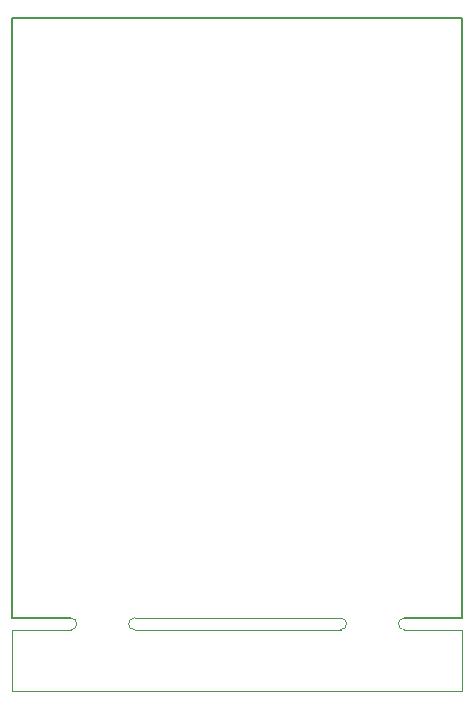
<source format=gm1>
G04 #@! TF.GenerationSoftware,KiCad,Pcbnew,(7.0.0)*
G04 #@! TF.CreationDate,2023-06-29T20:34:45+10:00*
G04 #@! TF.ProjectId,RP2040_minimal,52503230-3430-45f6-9d69-6e696d616c2e,REV1*
G04 #@! TF.SameCoordinates,Original*
G04 #@! TF.FileFunction,Profile,NP*
%FSLAX46Y46*%
G04 Gerber Fmt 4.6, Leading zero omitted, Abs format (unit mm)*
G04 Created by KiCad (PCBNEW (7.0.0)) date 2023-06-29 20:34:45*
%MOMM*%
%LPD*%
G01*
G04 APERTURE LIST*
G04 #@! TA.AperFunction,Profile*
%ADD10C,0.050000*%
G04 #@! TD*
G04 #@! TA.AperFunction,Profile*
%ADD11C,0.200000*%
G04 #@! TD*
G04 APERTURE END LIST*
D10*
X168750000Y-126730000D02*
X151300000Y-126730000D01*
D11*
X145900000Y-125730000D02*
X140970000Y-125730000D01*
X179070000Y-125730000D02*
X174150000Y-125730000D01*
X179070000Y-74930000D02*
X179070000Y-125730000D01*
X140970000Y-74930000D02*
X179070000Y-74930000D01*
X140970000Y-125730000D02*
X140970000Y-74930000D01*
D10*
X179070000Y-126730000D02*
X174150000Y-126730000D01*
X179070000Y-131900000D02*
X179070000Y-126730000D01*
X145900000Y-126730000D02*
X140970000Y-126730000D01*
X151300000Y-125730000D02*
X168750000Y-125730000D01*
X168750000Y-126730000D02*
G75*
G03*
X168750000Y-125730000I0J500000D01*
G01*
X140970000Y-131900000D02*
X179070000Y-131900000D01*
X145900000Y-126730000D02*
G75*
G03*
X145900000Y-125730000I0J500000D01*
G01*
X140970000Y-126730000D02*
X140970000Y-131900000D01*
X151300000Y-125730000D02*
G75*
G03*
X151300000Y-126730000I0J-500000D01*
G01*
X174150000Y-125730000D02*
G75*
G03*
X174150000Y-126730000I0J-500000D01*
G01*
M02*

</source>
